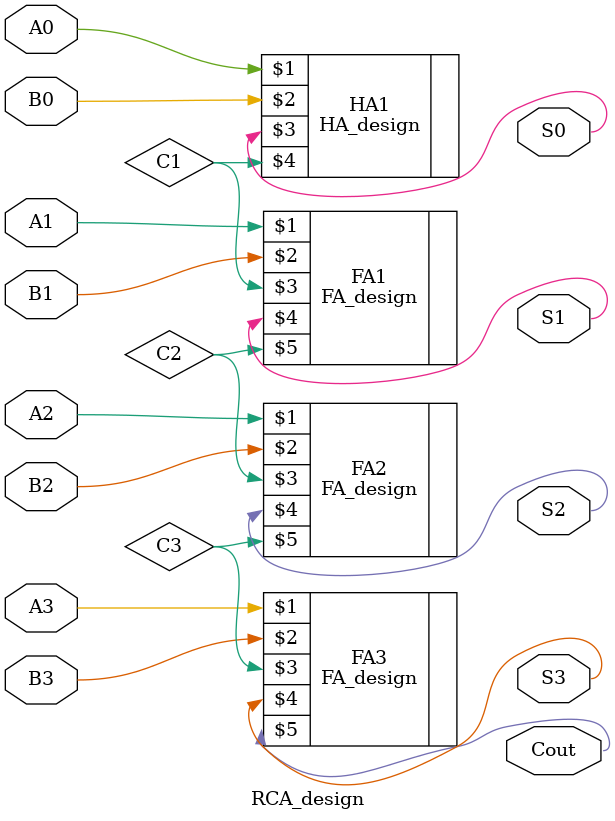
<source format=v>
module RCA_design(
    input A0,
    input A1,
    input A2,
    input A3,
    input B0,
    input B1,
    input B2,
    input B3,
    output Cout,
    output S0,
    output S1,
    output S2,
    output S3
);

    wire C1, C2, C3;
    HA_design HA1(A0, B0, S0, C1);
    FA_design FA1(A1, B1, C1, S1, C2);
    FA_design FA2(A2, B2, C2, S2, C3);
    FA_design FA3(A3, B3, C3, S3, Cout);

endmodule
</source>
